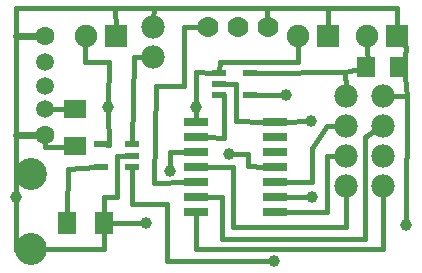
<source format=gtl>
G04 MADE WITH FRITZING*
G04 WWW.FRITZING.ORG*
G04 DOUBLE SIDED*
G04 HOLES PLATED*
G04 CONTOUR ON CENTER OF CONTOUR VECTOR*
%ASAXBY*%
%FSLAX23Y23*%
%MOIN*%
%OFA0B0*%
%SFA1.0B1.0*%
%ADD10C,0.039370*%
%ADD11C,0.069444*%
%ADD12C,0.059055*%
%ADD13C,0.106299*%
%ADD14C,0.062992*%
%ADD15C,0.078000*%
%ADD16C,0.075000*%
%ADD17R,0.047244X0.021654*%
%ADD18R,0.062992X0.070866*%
%ADD19R,0.062992X0.074803*%
%ADD20R,0.080000X0.026000*%
%ADD21R,0.075000X0.075000*%
%ADD22R,0.074803X0.062992*%
%ADD23C,0.016000*%
%ADD24C,0.024000*%
%LNCOPPER1*%
G90*
G70*
G54D10*
X1024Y507D03*
G54D11*
X878Y822D03*
X778Y822D03*
X678Y822D03*
X878Y822D03*
X778Y822D03*
X678Y822D03*
G54D10*
X938Y594D03*
X639Y554D03*
G54D12*
X135Y704D03*
X135Y625D03*
X135Y547D03*
G54D10*
X898Y43D03*
X39Y255D03*
G54D13*
X89Y80D03*
G54D14*
X135Y791D03*
X135Y460D03*
G54D13*
X89Y330D03*
G54D10*
X1026Y255D03*
X749Y397D03*
X473Y169D03*
X552Y342D03*
X1339Y161D03*
X347Y554D03*
G54D15*
X497Y722D03*
X497Y822D03*
X1264Y592D03*
X1264Y492D03*
X1264Y392D03*
X1264Y292D03*
X1139Y592D03*
X1139Y492D03*
X1139Y392D03*
X1139Y292D03*
G54D16*
X371Y791D03*
X271Y791D03*
X371Y791D03*
X271Y791D03*
X1080Y791D03*
X980Y791D03*
X1080Y791D03*
X980Y791D03*
X1308Y791D03*
X1208Y791D03*
X1308Y791D03*
X1208Y791D03*
G54D17*
X717Y669D03*
X717Y631D03*
X717Y594D03*
X820Y594D03*
X820Y669D03*
G54D18*
X1206Y688D03*
X1316Y688D03*
G54D19*
X332Y169D03*
X209Y169D03*
G54D17*
X426Y355D03*
X426Y392D03*
X426Y430D03*
X324Y430D03*
X324Y355D03*
G54D20*
X640Y505D03*
X640Y455D03*
X640Y405D03*
X640Y355D03*
X640Y305D03*
X640Y255D03*
X640Y205D03*
X901Y205D03*
X901Y255D03*
X901Y305D03*
X901Y355D03*
X901Y405D03*
X901Y455D03*
X901Y505D03*
G54D21*
X371Y791D03*
X371Y791D03*
X1080Y791D03*
X1080Y791D03*
X1308Y791D03*
X1308Y791D03*
G54D22*
X237Y547D03*
X237Y424D03*
G54D23*
X331Y82D02*
X116Y80D01*
D02*
X331Y137D02*
X331Y82D01*
D02*
X434Y720D02*
X472Y721D01*
D02*
X268Y705D02*
X270Y768D01*
D02*
X348Y705D02*
X268Y705D01*
D02*
X347Y568D02*
X348Y705D01*
D02*
X357Y169D02*
X460Y169D01*
D02*
X639Y530D02*
X640Y512D01*
D02*
X639Y541D02*
X639Y530D01*
D02*
X544Y43D02*
X544Y232D01*
D02*
X544Y232D02*
X426Y232D01*
D02*
X426Y232D02*
X426Y350D01*
D02*
X885Y43D02*
X544Y43D01*
D02*
X875Y884D02*
X877Y843D01*
D02*
X718Y704D02*
X978Y704D01*
D02*
X978Y704D02*
X979Y768D01*
D02*
X924Y594D02*
X838Y594D01*
D02*
X717Y674D02*
X718Y704D01*
D02*
X734Y594D02*
X709Y594D01*
D02*
X772Y507D02*
X772Y633D01*
D02*
X772Y633D02*
X735Y632D01*
D02*
X867Y505D02*
X772Y507D01*
D02*
X639Y672D02*
X699Y669D01*
D02*
X639Y568D02*
X639Y672D01*
D02*
X709Y594D02*
X717Y594D01*
D02*
X734Y453D02*
X734Y594D01*
D02*
X675Y454D02*
X734Y453D01*
D02*
X1136Y670D02*
X838Y669D01*
G54D24*
D02*
X1332Y689D02*
X1316Y688D01*
D02*
X1214Y689D02*
X1206Y688D01*
G54D23*
D02*
X39Y330D02*
X62Y330D01*
D02*
X1341Y590D02*
X1339Y174D01*
D02*
X377Y254D02*
X377Y392D01*
D02*
X377Y392D02*
X408Y392D01*
D02*
X331Y256D02*
X377Y254D01*
D02*
X331Y200D02*
X331Y256D01*
D02*
X214Y349D02*
X306Y354D01*
D02*
X210Y200D02*
X214Y349D01*
D02*
X434Y720D02*
X426Y435D01*
D02*
X551Y404D02*
X606Y405D01*
D02*
X552Y355D02*
X551Y404D01*
D02*
X811Y358D02*
X867Y356D01*
D02*
X811Y397D02*
X811Y358D01*
D02*
X762Y397D02*
X811Y397D01*
D02*
X370Y884D02*
X371Y814D01*
D02*
X1013Y255D02*
X936Y255D01*
D02*
X39Y79D02*
X62Y80D01*
D02*
X39Y241D02*
X39Y79D01*
D02*
X39Y330D02*
X39Y268D01*
D02*
X39Y405D02*
X39Y330D01*
D02*
X498Y302D02*
X606Y304D01*
D02*
X506Y625D02*
X498Y302D01*
D02*
X657Y822D02*
X598Y822D01*
D02*
X598Y625D02*
X506Y625D01*
D02*
X598Y822D02*
X598Y743D01*
D02*
X598Y743D02*
X598Y625D01*
D02*
X498Y884D02*
X497Y847D01*
D02*
X1011Y507D02*
X936Y505D01*
D02*
X1263Y80D02*
X1264Y268D01*
D02*
X1201Y116D02*
X1202Y456D01*
D02*
X1202Y456D02*
X1243Y480D01*
D02*
X726Y254D02*
X726Y116D01*
D02*
X726Y116D02*
X1201Y116D01*
D02*
X675Y254D02*
X726Y254D01*
D02*
X951Y205D02*
X936Y205D01*
D02*
X1076Y205D02*
X951Y205D01*
D02*
X1076Y392D02*
X1076Y205D01*
D02*
X1025Y304D02*
X936Y305D01*
D02*
X1025Y418D02*
X1025Y304D01*
D02*
X1077Y491D02*
X1025Y418D01*
D02*
X1114Y392D02*
X1076Y392D01*
D02*
X1114Y492D02*
X1077Y491D01*
D02*
X875Y884D02*
X1080Y884D01*
D02*
X498Y884D02*
X875Y884D01*
D02*
X1139Y154D02*
X764Y154D01*
D02*
X764Y154D02*
X764Y354D01*
D02*
X764Y354D02*
X675Y355D01*
D02*
X1139Y268D02*
X1139Y154D01*
D02*
X370Y884D02*
X498Y884D01*
D02*
X142Y884D02*
X370Y884D01*
D02*
X39Y884D02*
X142Y884D01*
D02*
X39Y546D02*
X40Y790D01*
D02*
X40Y790D02*
X39Y884D01*
D02*
X40Y460D02*
X39Y546D01*
D02*
X39Y405D02*
X40Y460D01*
D02*
X1339Y754D02*
X1323Y773D01*
D02*
X1332Y689D02*
X1339Y754D01*
D02*
X1341Y590D02*
X1332Y689D01*
D02*
X1288Y592D02*
X1341Y590D01*
D02*
X1308Y884D02*
X1080Y884D01*
D02*
X1080Y884D02*
X1080Y814D01*
D02*
X1308Y814D02*
X1308Y884D01*
D02*
X1214Y689D02*
X1209Y768D01*
D02*
X1136Y670D02*
X1214Y689D01*
D02*
X1138Y617D02*
X1136Y670D01*
D02*
X1263Y80D02*
X638Y80D01*
D02*
X638Y80D02*
X640Y197D01*
G54D24*
D02*
X40Y460D02*
X104Y460D01*
D02*
X40Y790D02*
X104Y790D01*
G54D23*
D02*
X154Y547D02*
X205Y547D01*
D02*
X183Y421D02*
X135Y421D01*
D02*
X135Y421D02*
X135Y435D01*
D02*
X205Y423D02*
X183Y421D01*
D02*
X347Y541D02*
X348Y429D01*
D02*
X348Y429D02*
X342Y429D01*
G04 End of Copper1*
M02*
</source>
